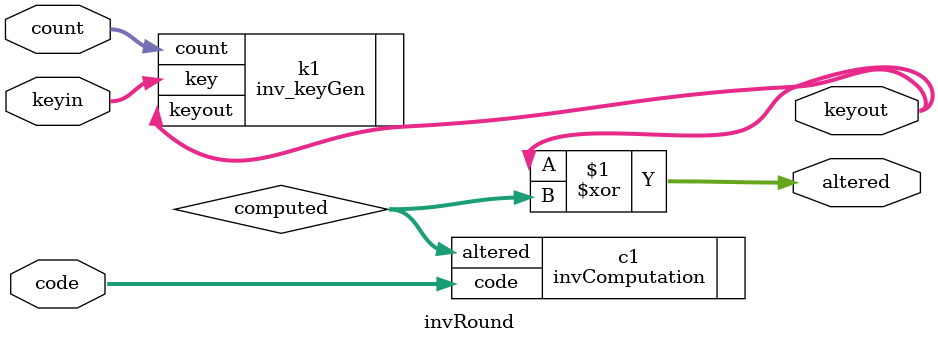
<source format=v>
module invRound(
	output[15:0] altered,
	input [15:0] code,
	input [3:0] count,
	input [15:0] keyin,
	output [15:0] keyout);
	wire [15:0]computed;
	inv_keyGen k1(.count(count),.key(keyin),.keyout(keyout));
	invComputation c1(.code(code),.altered(computed));	
	assign altered= keyout^computed;
endmodule

</source>
